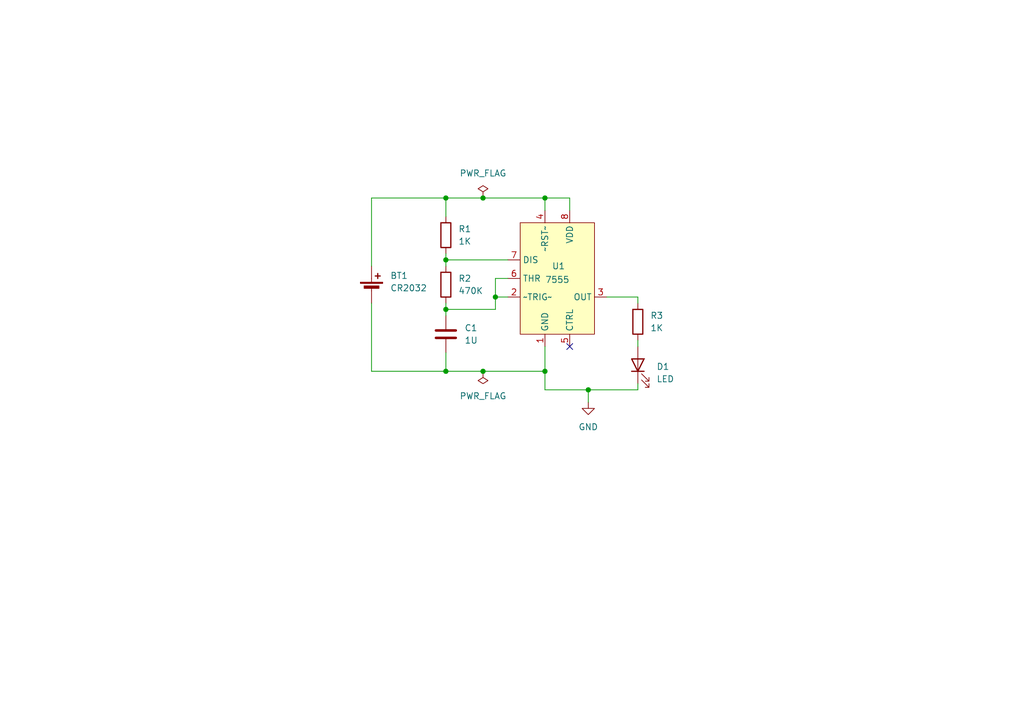
<source format=kicad_sch>
(kicad_sch (version 20231120) (generator "eeschema") (generator_version "8.0")
  (paper "A5")
  (title_block (title "Getting to Blinky") (date "2025-06-22") (rev "0.1"))
  (lib_symbols
    (symbol "Blinky:7555"
      (property "Reference" "U" (at 2.54 1.27 0))
      (property "Value" "7555" (at 2.54 -1.27 0))
      (symbol "7555_1_1"
        (rectangle (start -7.62 8.89) (end 7.62 -13.97) (fill (type color) (color 255 255 194 1)))
        (pin power_in line (at -2.54 -16.51 90) (length 2.54) (name "GND") (number "1"))
        (pin input line (at -10.16 -6.35 0) (length 2.54) (name "~TRIG~") (number "2"))
        (pin output line (at 10.16 -6.35 180) (length 2.54) (name "OUT") (number "3"))
        (pin input line (at -2.54 11.43 270) (length 2.54) (name "~RST~") (number "4"))
        (pin input line (at 2.54 -16.51 90) (length 2.54) (name "CTRL") (number "5"))
        (pin input line (at -10.16 -2.54 0) (length 2.54) (name "THR") (number "6"))
        (pin input line (at -10.16 1.27 0) (length 2.54) (name "DIS") (number "7"))
        (pin power_in line (at 2.54 11.43 270) (length 2.54) (name "VDD") (number "8"))
      )
    )
    (symbol "Device:Battery_Cell" (pin_numbers hide) (pin_names (offset 0) hide)
      (property "Reference" "BT" (at 2.54 2.54 0))
      (property "Value" "Battery_Cell" (at 2.54 0 0))
      (symbol "Battery_Cell_0_1"
        (rectangle (start -2.286 1.778) (end 2.286 1.524) (fill (type outline)))
        (rectangle (start -1.524 1.016) (end 1.524 0.508) (fill (type outline)))
        (polyline (pts (xy 0 0.762) (xy 0 0)))
        (polyline (pts (xy 0 1.778) (xy 0 2.54)))
        (polyline (pts (xy 0.762 3.048) (xy 1.778 3.048)) (stroke (width 0.254)))
        (polyline (pts (xy 1.27 3.556) (xy 1.27 2.54)) (stroke (width 0.254)))
      )
      (symbol "Battery_Cell_1_1"
        (pin passive line (at 0 5.08 270) (length 2.54) (name "+") (number "1"))
        (pin passive line (at 0 -2.54 90) (length 2.54) (name "-") (number "2"))
      )
    )
    (symbol "Device:C" (pin_numbers hide) (pin_names (offset 0.254))
      (property "Reference" "C" (at 0.635 2.54 0))
      (property "Value" "C" (at 0.635 -2.54 0))
      (symbol "C_0_1"
        (polyline (pts (xy -2.032 -0.762) (xy 2.032 -0.762)) (stroke (width 0.508)))
        (polyline (pts (xy -2.032 0.762) (xy 2.032 0.762)) (stroke (width 0.508)))
      )
      (symbol "C_1_1"
        (pin passive line (at 0 3.81 270) (length 2.794) (name "~") (number "1"))
        (pin passive line (at 0 -3.81 90) (length 2.794) (name "~") (number "2"))
      )
    )
    (symbol "Device:LED" (pin_numbers hide) (pin_names (offset 1.016) hide)
      (property "Reference" "D" (at 0 2.54 0))
      (property "Value" "LED" (at 0 -2.54 0))
      (symbol "LED_0_1"
        (polyline (pts (xy -1.27 -1.27) (xy -1.27 1.27)) (stroke (width 0.254)))
        (polyline (pts (xy -1.27 0) (xy 1.27 0)))
        (polyline (pts (xy 1.27 -1.27) (xy 1.27 1.27) (xy -1.27 0) (xy 1.27 -1.27)) (stroke (width 0.254)))
        (polyline (pts (xy -3.048 -0.762) (xy -4.572 -2.286) (xy -3.81 -2.286) (xy -4.572 -2.286) (xy -4.572 -1.524)))
        (polyline (pts (xy -1.778 -0.762) (xy -3.302 -2.286) (xy -2.54 -2.286) (xy -3.302 -2.286) (xy -3.302 -1.524)))
      )
      (symbol "LED_1_1"
        (pin passive line (at -3.81 0 0) (length 2.54) (name "K") (number "1"))
        (pin passive line (at 3.81 0 180) (length 2.54) (name "A") (number "2"))
      )
    )
    (symbol "Device:R" (pin_numbers hide) (pin_names (offset 0))
      (property "Reference" "R" (at 2.032 0 90))
      (property "Value" "R" (at 0 0 90))
      (symbol "R_0_1"
        (rectangle (start -1.016 -2.54) (end 1.016 2.54) (stroke (width 0.254)))
      )
      (symbol "R_1_1"
        (pin passive line (at 0 3.81 270) (length 1.27) (name "~") (number "1"))
        (pin passive line (at 0 -3.81 90) (length 1.27) (name "~") (number "2"))
      )
    )
    (symbol "power:GND" (power) (pin_numbers hide) (pin_names (offset 0) hide)
      (property "Value" "GND" (at 0 -3.81 0))
      (symbol "GND_0_1"
        (polyline (pts (xy 0 0) (xy 0 -1.27) (xy 1.27 -1.27) (xy 0 -2.54) (xy -1.27 -1.27) (xy 0 -1.27)))
      )
      (symbol "GND_1_1"
        (pin power_in line (at 0 0 270) (length 0) (name "~") (number "1"))
      )
    )
    (symbol "power:PWR_FLAG" (power) (pin_numbers hide) (pin_names (offset 0) hide)
      (property "Value" "PWR_FLAG" (at 0 3.81 0))
      (symbol "PWR_FLAG_0_0"
        (pin power_out line (at 0 0 90) (length 0) (name "~") (number "1"))
      )
      (symbol "PWR_FLAG_0_1"
        (polyline (pts (xy 0 0) (xy 0 1.27) (xy -1.016 1.905) (xy 0 2.54) (xy 1.016 1.905) (xy 0 1.27)))
      )
    )
  )
  (junction (at 91.44 53.34))
  (junction (at 111.76 40.64))
  (junction (at 99.06 76.2))
  (junction (at 91.44 76.2))
  (junction (at 120.65 80.01))
  (junction (at 91.44 63.5))
  (junction (at 101.6 60.96))
  (junction (at 91.44 40.64))
  (junction (at 111.76 76.2))
  (junction (at 99.06 40.64))
  (no_connect (at 116.84 71.12))
  (wire (pts (xy 91.44 62.23) (xy 91.44 63.5)))
  (wire (pts (xy 91.44 40.64) (xy 99.06 40.64)))
  (wire (pts (xy 91.44 40.64) (xy 91.44 44.45)))
  (wire (pts (xy 101.6 60.96) (xy 104.14 60.96)))
  (wire (pts (xy 120.65 80.01) (xy 130.81 80.01)))
  (wire (pts (xy 91.44 63.5) (xy 91.44 64.77)))
  (wire (pts (xy 111.76 40.64) (xy 116.84 40.64)))
  (wire (pts (xy 120.65 80.01) (xy 111.76 80.01)))
  (wire (pts (xy 111.76 40.64) (xy 111.76 43.18)))
  (wire (pts (xy 99.06 76.2) (xy 111.76 76.2)))
  (wire (pts (xy 116.84 40.64) (xy 116.84 43.18)))
  (wire (pts (xy 91.44 53.34) (xy 91.44 54.61)))
  (wire (pts (xy 130.81 60.96) (xy 124.46 60.96)))
  (wire (pts (xy 130.81 80.01) (xy 130.81 78.74)))
  (wire (pts (xy 76.2 40.64) (xy 91.44 40.64)))
  (wire (pts (xy 130.81 62.23) (xy 130.81 60.96)))
  (wire (pts (xy 111.76 71.12) (xy 111.76 76.2)))
  (wire (pts (xy 99.06 40.64) (xy 111.76 40.64)))
  (wire (pts (xy 91.44 72.39) (xy 91.44 76.2)))
  (wire (pts (xy 91.44 76.2) (xy 99.06 76.2)))
  (wire (pts (xy 76.2 54.61) (xy 76.2 40.64)))
  (wire (pts (xy 111.76 76.2) (xy 111.76 80.01)))
  (wire (pts (xy 101.6 60.96) (xy 101.6 63.5)))
  (wire (pts (xy 130.81 71.12) (xy 130.81 69.85)))
  (wire (pts (xy 91.44 52.07) (xy 91.44 53.34)))
  (wire (pts (xy 91.44 53.34) (xy 104.14 53.34)))
  (wire (pts (xy 76.2 76.2) (xy 91.44 76.2)))
  (wire (pts (xy 76.2 76.2) (xy 76.2 62.23)))
  (wire (pts (xy 101.6 57.15) (xy 101.6 60.96)))
  (wire (pts (xy 120.65 80.01) (xy 120.65 82.55)))
  (wire (pts (xy 101.6 63.5) (xy 91.44 63.5)))
  (wire (pts (xy 104.14 57.15) (xy 101.6 57.15)))
  (symbol (lib_id "Device:C") (at 91.44 68.58 0) (unit 1)
    (property "Reference" "C1" (at 95.25 67.3099 0) (effects (justify left)))
    (property "Value" "1U" (at 95.25 69.8499 0) (effects (justify left)))
    (property "Footprint" "Capacitor_SMD:C_0805_2012Metric_Pad1.18x1.45mm_HandSolder" (effects (hide yes)))
    (property "Description" "Unpolarized capacitor" (effects (hide yes)))
  )
  (symbol (lib_id "power:PWR_FLAG") (at 99.06 40.64 0) (unit 1)
    (property "Reference" "#FLG01" (effects (hide yes)))
    (property "Value" "PWR_FLAG" (at 99.06 35.56 0))
    (property "Description" "Special symbol for telling ERC where power comes from" (effects (hide yes)))
  )
  (symbol (lib_id "Device:Battery_Cell") (at 76.2 59.69 0) (unit 1)
    (property "Reference" "BT1" (at 80.01 56.5784 0) (effects (justify left)))
    (property "Value" "CR2032" (at 80.01 59.1184 0) (effects (justify left)))
    (property "Footprint" "Blinky:S8211-46R" (effects (hide yes)))
    (property "Description" "Single-cell battery" (effects (hide yes)))
  )
  (symbol (lib_id "Device:LED") (at 130.81 74.93 90) (unit 1)
    (property "Reference" "D1" (at 134.62 75.2474 90) (effects (justify right)))
    (property "Value" "LED" (at 134.62 77.7874 90) (effects (justify right)))
    (property "Footprint" "LED_SMD:LED_0805_2012Metric_Pad1.15x1.40mm_HandSolder" (effects (hide yes)))
    (property "Description" "Light emitting diode" (effects (hide yes)))
  )
  (symbol (lib_id "power:GND") (at 120.65 82.55 0) (unit 1)
    (property "Reference" "#PWR01" (effects (hide yes)))
    (property "Value" "GND" (at 120.65 87.63 0))
    (property "Description" "Power symbol creates a global label with name \"GND\" , ground" (effects (hide yes)))
  )
  (symbol (lib_id "Device:R") (at 91.44 48.26 0) (unit 1)
    (property "Reference" "R1" (at 93.98 46.9899 0) (effects (justify left)))
    (property "Value" "1K" (at 93.98 49.5299 0) (effects (justify left)))
    (property "Footprint" "Resistor_SMD:R_0805_2012Metric_Pad1.20x1.40mm_HandSolder" (effects (hide yes)))
    (property "Description" "Resistor" (effects (hide yes)))
  )
  (symbol (lib_id "Device:R") (at 91.44 58.42 0) (unit 1)
    (property "Reference" "R2" (at 93.98 57.1499 0) (effects (justify left)))
    (property "Value" "470K" (at 93.98 59.6899 0) (effects (justify left)))
    (property "Footprint" "Resistor_SMD:R_0805_2012Metric_Pad1.20x1.40mm_HandSolder" (effects (hide yes)))
    (property "Description" "Resistor" (effects (hide yes)))
  )
  (symbol (lib_id "Device:R") (at 130.81 66.04 0) (unit 1)
    (property "Reference" "R3" (at 133.35 64.7699 0) (effects (justify left)))
    (property "Value" "1K" (at 133.35 67.3099 0) (effects (justify left)))
    (property "Footprint" "Resistor_SMD:R_0805_2012Metric_Pad1.20x1.40mm_HandSolder" (effects (hide yes)))
    (property "Description" "Resistor" (effects (hide yes)))
  )
  (symbol (lib_id "power:PWR_FLAG") (at 99.06 76.2 180) (unit 1)
    (property "Reference" "#FLG02" (effects (hide yes)))
    (property "Value" "PWR_FLAG" (at 99.06 81.28 0))
    (property "Description" "Special symbol for telling ERC where power comes from" (effects (hide yes)))
  )
  (symbol (lib_id "Blinky:7555") (at 114.3 54.61 0) (unit 1)
    (property "Reference" "U1" (at 114.554 54.61 0))
    (property "Value" "7555" (at 114.3 57.404 0))
    (property "Footprint" "Package_SO:SOIC-8_3.9x4.9mm_P1.27mm" (effects (hide yes)))
  )
)
</source>
